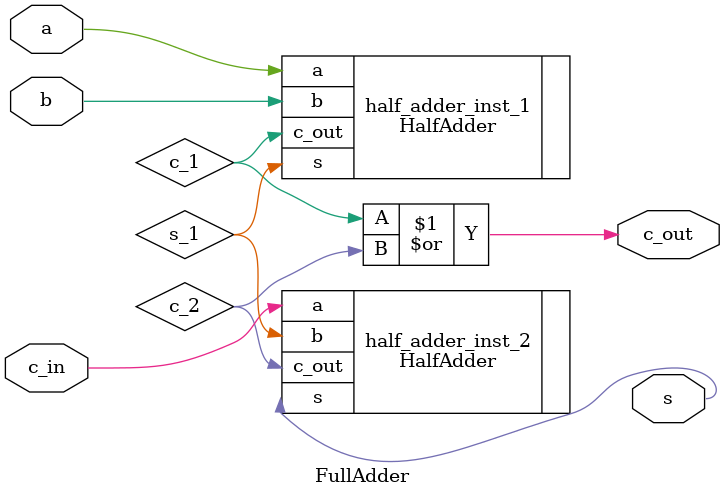
<source format=sv>
module FullAdder (
	input a,
	input b,
	input c_in,
	output s,
	output c_out
);
	logic s_1;
	logic c_1;
	logic c_2;
	HalfAdder half_adder_inst_1(
		.a(a),
		.b(b),
		.s(s_1),
		.c_out(c_1)
	);
	HalfAdder half_adder_inst_2(
		.a(c_in),
		.b(s_1),
		.s(s),
		.c_out(c_2)
	);
	assign c_out = c_1 | c_2;

	//assign s = a ^ b ^ c_in;
	//assign c_out = (a & b) | (b & c_in) | (a & c_in);
endmodule // FullAdder

</source>
